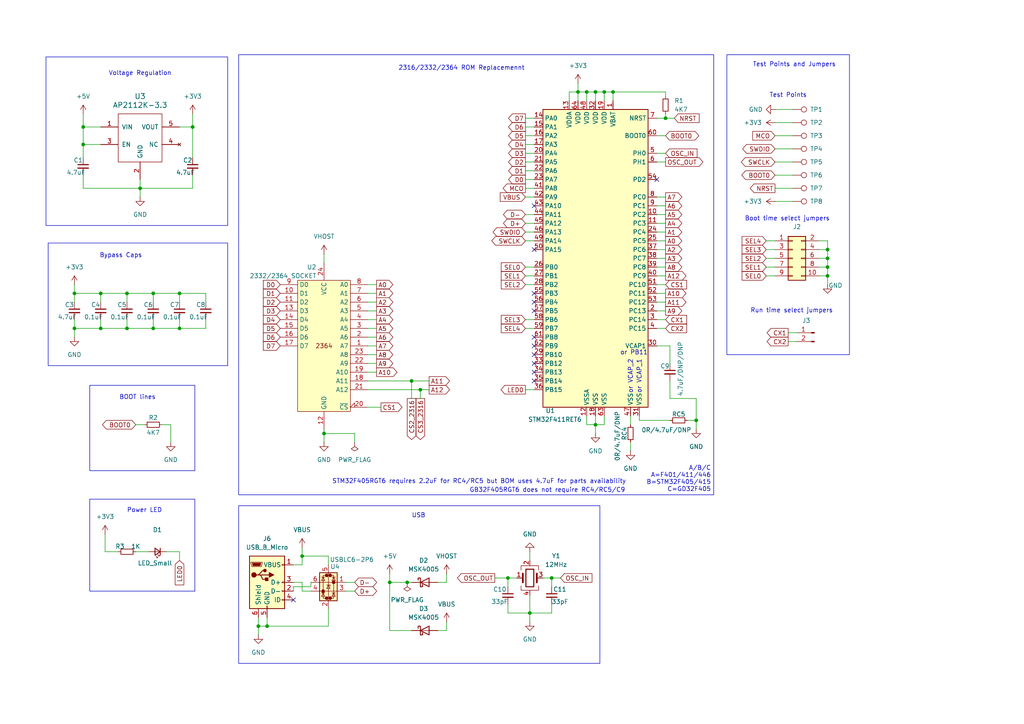
<source format=kicad_sch>
(kicad_sch (version 20250114) (generator "eeschema") (generator_version "9.0")
  (paper "A4")
  (title_block (title "One ROM (USB)") (date "2025-10-01") (rev "H2") (company "piers.rocks") (comment 1 "(c) Piers Finlayson 2025"))
  (rectangle (start 13.335 16.51) (end 66.04 65.405))
  (rectangle (start 69.215 15.875) (end 207.01 143.51))
  (rectangle (start 56.515 171.45) (end 56.515 171.45))
  (rectangle (start 69.215 146.685) (end 173.99 192.405))
  (rectangle (start 210.82 15.875) (end 246.38 102.87))
  (rectangle (start 26.035 144.78) (end 56.515 171.45))
  (rectangle (start 26.035 111.76) (end 56.515 136.525))
  (rectangle (start 13.97 70.485) (end 66.04 106.045))
  (text "or VCAP_1" (at 185.42 109.22 90) (effects (font (size 1.27 1.27))))
  (text "or VCAP_2" (at 182.88 109.22 90) (effects (font (size 1.27 1.27))))
  (text "Run time select jumpers" (at 229.616 90.17 0) (effects (font (size 1.27 1.27))))
  (text "USB" (at 121.412 149.606 0) (effects (font (size 1.27 1.27))))
  (text "BOOT lines" (at 39.878 115.316 0) (effects (font (size 1.27 1.27))))
  (text "Voltage Regulation" (at 40.64 21.336 0) (effects (font (size 1.27 1.27))))
  (text "2316/2332/2364 ROM Replacemennt" (at 133.858 19.812 0) (effects (font (size 1.27 1.27))))
  (text "Power LED" (at 41.91 148.082 0) (effects (font (size 1.27 1.27))))
  (text "or PB11" (at 183.896 102.362 0) (effects (font (size 1.27 1.27))))
  (text "GB32F405RGT6 does not require RC4/RC5/C9" (at 181.356 142.24 0) (effects (font (size 1.27 1.27)) (justify right)))
  (text "Test Points" (at 228.6 27.686 0) (effects (font (size 1.27 1.27))))
  (text "Bypass Caps" (at 35.052 74.168 0) (effects (font (size 1.27 1.27))))
  (text "Boot time select jumpers" (at 228.346 63.5 0) (effects (font (size 1.27 1.27))))
  (text "A/B/C\nA=F401/411/446\nB=STM32F405/415\nC=GD32F405" (at 206.248 138.938 0) (effects (font (size 1.27 1.27)) (justify right)))
  (text "Test Points and Jumpers" (at 230.378 18.796 0) (effects (font (size 1.27 1.27))))
  (text "STM32F405RGT6 requires 2.2uF for RC4/RC5 but BOM uses 4.7uF for parts availability" (at 181.61 139.7 0) (effects (font (size 1.27 1.27)) (justify right)))
  (junction (at 113.03 168.91))
  (junction (at 193.04 34.29))
  (junction (at 36.83 85.09))
  (junction (at 201.93 121.92))
  (junction (at 153.67 177.8))
  (junction (at 52.07 95.25))
  (junction (at 93.98 125.73))
  (junction (at 74.93 181.61))
  (junction (at 87.63 161.29))
  (junction (at 29.21 95.25))
  (junction (at 119.38 110.49))
  (junction (at 160.02 167.64))
  (junction (at 240.03 72.39))
  (junction (at 167.64 26.67))
  (junction (at 21.59 85.09))
  (junction (at 175.26 26.67))
  (junction (at 24.13 36.83))
  (junction (at 240.03 77.47))
  (junction (at 240.03 74.93))
  (junction (at 29.21 85.09))
  (junction (at 40.64 54.61))
  (junction (at 172.72 26.67))
  (junction (at 44.45 85.09))
  (junction (at 36.83 95.25))
  (junction (at 170.18 26.67))
  (junction (at 44.45 95.25))
  (junction (at 121.92 113.03))
  (junction (at 24.13 41.91))
  (junction (at 77.47 181.61))
  (junction (at 118.11 168.91))
  (junction (at 52.07 85.09))
  (junction (at 21.59 95.25))
  (junction (at 147.32 167.64))
  (junction (at 240.03 80.01))
  (junction (at 55.88 36.83))
  (junction (at 172.72 123.19))
  (junction (at 177.8 26.67))
  (no_connect (at 154.94 97.79))
  (no_connect (at 154.94 105.41))
  (no_connect (at 154.94 90.17))
  (no_connect (at 154.94 100.33))
  (no_connect (at 154.94 107.95))
  (no_connect (at 154.94 110.49))
  (no_connect (at 154.94 85.09))
  (no_connect (at 190.5 52.07))
  (no_connect (at 154.94 87.63))
  (no_connect (at 154.94 72.39))
  (no_connect (at 154.94 102.87))
  (no_connect (at 85.09 173.99))
  (no_connect (at 154.94 59.69))
  (wire (pts (xy 55.88 36.83) (xy 55.88 45.72)))
  (wire (pts (xy 224.79 58.42) (xy 229.87 58.42)))
  (wire (pts (xy 237.49 80.01) (xy 240.03 80.01)))
  (wire (pts (xy 170.18 123.19) (xy 172.72 123.19)))
  (wire (pts (xy 52.07 160.02) (xy 52.07 162.56)))
  (wire (pts (xy 177.8 26.67) (xy 177.8 29.21)))
  (wire (pts (xy 87.63 163.83) (xy 87.63 161.29)))
  (wire (pts (xy 39.37 123.19) (xy 41.91 123.19)))
  (wire (pts (xy 85.09 171.45) (xy 85.09 170.18)))
  (wire (pts (xy 194.31 100.33) (xy 194.31 105.41)))
  (wire (pts (xy 59.69 87.63) (xy 59.69 85.09)))
  (wire (pts (xy 165.1 26.67) (xy 167.64 26.67)))
  (wire (pts (xy 106.68 95.25) (xy 109.22 95.25)))
  (wire (pts (xy 59.69 95.25) (xy 59.69 92.71)))
  (wire (pts (xy 190.5 95.25) (xy 193.04 95.25)))
  (wire (pts (xy 222.25 69.85) (xy 224.79 69.85)))
  (wire (pts (xy 24.13 54.61) (xy 40.64 54.61)))
  (wire (pts (xy 152.4 41.91) (xy 154.94 41.91)))
  (wire (pts (xy 36.83 85.09) (xy 36.83 87.63)))
  (wire (pts (xy 129.54 182.88) (xy 127 182.88)))
  (wire (pts (xy 222.25 72.39) (xy 224.79 72.39)))
  (wire (pts (xy 106.68 90.17) (xy 109.22 90.17)))
  (wire (pts (xy 29.21 95.25) (xy 21.59 95.25)))
  (wire (pts (xy 40.64 54.61) (xy 40.64 57.15)))
  (wire (pts (xy 190.5 44.45) (xy 193.04 44.45)))
  (wire (pts (xy 170.18 26.67) (xy 172.72 26.67)))
  (wire (pts (xy 172.72 26.67) (xy 172.72 29.21)))
  (wire (pts (xy 240.03 72.39) (xy 240.03 69.85)))
  (wire (pts (xy 224.79 54.61) (xy 229.87 54.61)))
  (wire (pts (xy 224.79 31.75) (xy 229.87 31.75)))
  (wire (pts (xy 29.21 95.25) (xy 29.21 92.71)))
  (wire (pts (xy 118.11 168.91) (xy 119.38 168.91)))
  (wire (pts (xy 190.5 34.29) (xy 193.04 34.29)))
  (wire (pts (xy 121.92 113.03) (xy 121.92 115.57)))
  (wire (pts (xy 160.02 177.8) (xy 153.67 177.8)))
  (wire (pts (xy 153.67 177.8) (xy 153.67 180.34)))
  (wire (pts (xy 106.68 82.55) (xy 109.22 82.55)))
  (wire (pts (xy 167.64 24.13) (xy 167.64 26.67)))
  (wire (pts (xy 170.18 26.67) (xy 170.18 29.21)))
  (wire (pts (xy 44.45 85.09) (xy 44.45 87.63)))
  (wire (pts (xy 172.72 120.65) (xy 172.72 123.19)))
  (wire (pts (xy 152.4 92.71) (xy 154.94 92.71)))
  (wire (pts (xy 177.8 26.67) (xy 193.04 26.67)))
  (wire (pts (xy 129.54 180.34) (xy 129.54 182.88)))
  (wire (pts (xy 52.07 92.71) (xy 52.07 95.25)))
  (wire (pts (xy 129.54 168.91) (xy 127 168.91)))
  (wire (pts (xy 201.93 115.57) (xy 194.31 115.57)))
  (wire (pts (xy 190.5 67.31) (xy 193.04 67.31)))
  (wire (pts (xy 201.93 115.57) (xy 201.93 121.92)))
  (wire (pts (xy 21.59 85.09) (xy 29.21 85.09)))
  (wire (pts (xy 154.94 82.55) (xy 152.4 82.55)))
  (wire (pts (xy 21.59 82.55) (xy 21.59 85.09)))
  (wire (pts (xy 55.88 54.61) (xy 55.88 50.8)))
  (wire (pts (xy 74.93 181.61) (xy 77.47 181.61)))
  (wire (pts (xy 224.79 35.56) (xy 229.87 35.56)))
  (wire (pts (xy 30.48 154.94) (xy 30.48 160.02)))
  (wire (pts (xy 152.4 34.29) (xy 154.94 34.29)))
  (wire (pts (xy 201.93 121.92) (xy 201.93 124.46)))
  (wire (pts (xy 24.13 41.91) (xy 24.13 45.72)))
  (wire (pts (xy 222.25 80.01) (xy 224.79 80.01)))
  (wire (pts (xy 190.5 62.23) (xy 193.04 62.23)))
  (wire (pts (xy 36.83 95.25) (xy 36.83 92.71)))
  (wire (pts (xy 106.68 87.63) (xy 109.22 87.63)))
  (wire (pts (xy 55.88 36.83) (xy 52.07 36.83)))
  (wire (pts (xy 165.1 29.21) (xy 165.1 26.67)))
  (wire (pts (xy 24.13 36.83) (xy 29.21 36.83)))
  (wire (pts (xy 193.04 27.94) (xy 193.04 26.67)))
  (wire (pts (xy 240.03 77.47) (xy 240.03 74.93)))
  (wire (pts (xy 175.26 123.19) (xy 172.72 123.19)))
  (wire (pts (xy 153.67 172.72) (xy 153.67 177.8)))
  (wire (pts (xy 160.02 175.26) (xy 160.02 177.8)))
  (wire (pts (xy 237.49 72.39) (xy 240.03 72.39)))
  (wire (pts (xy 190.5 59.69) (xy 193.04 59.69)))
  (wire (pts (xy 190.5 46.99) (xy 193.04 46.99)))
  (wire (pts (xy 113.03 168.91) (xy 118.11 168.91)))
  (wire (pts (xy 182.88 128.27) (xy 182.88 130.81)))
  (wire (pts (xy 95.25 163.83) (xy 95.25 161.29)))
  (wire (pts (xy 77.47 181.61) (xy 77.47 179.07)))
  (wire (pts (xy 21.59 85.09) (xy 21.59 87.63)))
  (wire (pts (xy 87.63 161.29) (xy 95.25 161.29)))
  (wire (pts (xy 100.33 171.45) (xy 102.87 171.45)))
  (wire (pts (xy 24.13 36.83) (xy 24.13 41.91)))
  (wire (pts (xy 87.63 161.29) (xy 87.63 158.75)))
  (wire (pts (xy 44.45 95.25) (xy 44.45 92.71)))
  (wire (pts (xy 222.25 77.47) (xy 224.79 77.47)))
  (wire (pts (xy 185.42 121.92) (xy 194.31 121.92)))
  (wire (pts (xy 228.6 99.06) (xy 231.14 99.06)))
  (wire (pts (xy 152.4 113.03) (xy 154.94 113.03)))
  (wire (pts (xy 170.18 120.65) (xy 170.18 123.19)))
  (wire (pts (xy 193.04 85.09) (xy 190.5 85.09)))
  (wire (pts (xy 44.45 85.09) (xy 52.07 85.09)))
  (wire (pts (xy 172.72 123.19) (xy 172.72 125.73)))
  (wire (pts (xy 147.32 175.26) (xy 147.32 177.8)))
  (wire (pts (xy 190.5 74.93) (xy 193.04 74.93)))
  (wire (pts (xy 59.69 85.09) (xy 52.07 85.09)))
  (wire (pts (xy 52.07 160.02) (xy 48.26 160.02)))
  (wire (pts (xy 222.25 74.93) (xy 224.79 74.93)))
  (wire (pts (xy 190.5 57.15) (xy 193.04 57.15)))
  (wire (pts (xy 237.49 77.47) (xy 240.03 77.47)))
  (wire (pts (xy 85.09 163.83) (xy 87.63 163.83)))
  (wire (pts (xy 24.13 50.8) (xy 24.13 54.61)))
  (wire (pts (xy 55.88 33.02) (xy 55.88 36.83)))
  (wire (pts (xy 190.5 80.01) (xy 193.04 80.01)))
  (wire (pts (xy 87.63 168.91) (xy 87.63 171.45)))
  (wire (pts (xy 44.45 95.25) (xy 36.83 95.25)))
  (wire (pts (xy 143.51 167.64) (xy 147.32 167.64)))
  (wire (pts (xy 240.03 69.85) (xy 237.49 69.85)))
  (wire (pts (xy 106.68 107.95) (xy 109.22 107.95)))
  (wire (pts (xy 194.31 115.57) (xy 194.31 110.49)))
  (wire (pts (xy 190.5 69.85) (xy 193.04 69.85)))
  (wire (pts (xy 154.94 77.47) (xy 152.4 77.47)))
  (wire (pts (xy 113.03 168.91) (xy 113.03 182.88)))
  (wire (pts (xy 106.68 118.11) (xy 110.49 118.11)))
  (wire (pts (xy 29.21 85.09) (xy 36.83 85.09)))
  (wire (pts (xy 40.64 54.61) (xy 55.88 54.61)))
  (wire (pts (xy 36.83 95.25) (xy 29.21 95.25)))
  (wire (pts (xy 160.02 167.64) (xy 162.56 167.64)))
  (wire (pts (xy 113.03 182.88) (xy 119.38 182.88)))
  (wire (pts (xy 199.39 121.92) (xy 201.93 121.92)))
  (wire (pts (xy 147.32 167.64) (xy 147.32 170.18)))
  (wire (pts (xy 157.48 167.64) (xy 160.02 167.64)))
  (wire (pts (xy 152.4 57.15) (xy 154.94 57.15)))
  (wire (pts (xy 49.53 123.19) (xy 46.99 123.19)))
  (wire (pts (xy 106.68 92.71) (xy 109.22 92.71)))
  (wire (pts (xy 119.38 110.49) (xy 124.46 110.49)))
  (wire (pts (xy 240.03 80.01) (xy 240.03 82.55)))
  (wire (pts (xy 90.17 168.91) (xy 90.17 170.18)))
  (wire (pts (xy 190.5 100.33) (xy 194.31 100.33)))
  (wire (pts (xy 224.79 50.8) (xy 229.87 50.8)))
  (wire (pts (xy 147.32 167.64) (xy 149.86 167.64)))
  (wire (pts (xy 193.04 87.63) (xy 190.5 87.63)))
  (wire (pts (xy 21.59 95.25) (xy 21.59 92.71)))
  (wire (pts (xy 52.07 85.09) (xy 52.07 87.63)))
  (wire (pts (xy 106.68 100.33) (xy 109.22 100.33)))
  (wire (pts (xy 240.03 80.01) (xy 240.03 77.47)))
  (wire (pts (xy 85.09 168.91) (xy 87.63 168.91)))
  (wire (pts (xy 87.63 171.45) (xy 90.17 171.45)))
  (wire (pts (xy 152.4 49.53) (xy 154.94 49.53)))
  (wire (pts (xy 93.98 124.46) (xy 93.98 125.73)))
  (wire (pts (xy 160.02 167.64) (xy 160.02 170.18)))
  (wire (pts (xy 102.87 128.27) (xy 102.87 125.73)))
  (wire (pts (xy 147.32 177.8) (xy 153.67 177.8)))
  (wire (pts (xy 106.68 102.87) (xy 109.22 102.87)))
  (wire (pts (xy 153.67 160.02) (xy 153.67 162.56)))
  (wire (pts (xy 190.5 39.37) (xy 193.04 39.37)))
  (wire (pts (xy 237.49 74.93) (xy 240.03 74.93)))
  (wire (pts (xy 74.93 181.61) (xy 74.93 184.15)))
  (wire (pts (xy 175.26 26.67) (xy 175.26 29.21)))
  (wire (pts (xy 154.94 69.85) (xy 152.4 69.85)))
  (wire (pts (xy 52.07 95.25) (xy 59.69 95.25)))
  (wire (pts (xy 240.03 74.93) (xy 240.03 72.39)))
  (wire (pts (xy 190.5 72.39) (xy 193.04 72.39)))
  (wire (pts (xy 74.93 179.07) (xy 74.93 181.61)))
  (wire (pts (xy 95.25 181.61) (xy 95.25 176.53)))
  (wire (pts (xy 190.5 92.71) (xy 193.04 92.71)))
  (wire (pts (xy 106.68 85.09) (xy 109.22 85.09)))
  (wire (pts (xy 102.87 125.73) (xy 93.98 125.73)))
  (wire (pts (xy 93.98 73.66) (xy 93.98 76.2)))
  (wire (pts (xy 167.64 26.67) (xy 167.64 29.21)))
  (wire (pts (xy 193.04 33.02) (xy 193.04 34.29)))
  (wire (pts (xy 190.5 82.55) (xy 193.04 82.55)))
  (wire (pts (xy 30.48 160.02) (xy 34.29 160.02)))
  (wire (pts (xy 106.68 113.03) (xy 121.92 113.03)))
  (wire (pts (xy 193.04 34.29) (xy 195.58 34.29)))
  (wire (pts (xy 40.64 52.07) (xy 40.64 54.61)))
  (wire (pts (xy 224.79 46.99) (xy 229.87 46.99)))
  (wire (pts (xy 154.94 80.01) (xy 152.4 80.01)))
  (wire (pts (xy 154.94 54.61) (xy 152.4 54.61)))
  (wire (pts (xy 106.68 110.49) (xy 119.38 110.49)))
  (wire (pts (xy 24.13 41.91) (xy 29.21 41.91)))
  (wire (pts (xy 175.26 26.67) (xy 177.8 26.67)))
  (wire (pts (xy 172.72 26.67) (xy 175.26 26.67)))
  (wire (pts (xy 185.42 120.65) (xy 185.42 121.92)))
  (wire (pts (xy 152.4 52.07) (xy 154.94 52.07)))
  (wire (pts (xy 49.53 123.19) (xy 49.53 128.27)))
  (wire (pts (xy 93.98 125.73) (xy 93.98 128.27)))
  (wire (pts (xy 193.04 90.17) (xy 190.5 90.17)))
  (wire (pts (xy 106.68 105.41) (xy 109.22 105.41)))
  (wire (pts (xy 100.33 168.91) (xy 102.87 168.91)))
  (wire (pts (xy 154.94 67.31) (xy 152.4 67.31)))
  (wire (pts (xy 152.4 46.99) (xy 154.94 46.99)))
  (wire (pts (xy 77.47 181.61) (xy 95.25 181.61)))
  (wire (pts (xy 228.6 96.52) (xy 231.14 96.52)))
  (wire (pts (xy 119.38 110.49) (xy 119.38 115.57)))
  (wire (pts (xy 167.64 26.67) (xy 170.18 26.67)))
  (wire (pts (xy 121.92 113.03) (xy 124.46 113.03)))
  (wire (pts (xy 190.5 77.47) (xy 193.04 77.47)))
  (wire (pts (xy 21.59 95.25) (xy 21.59 97.79)))
  (wire (pts (xy 182.88 120.65) (xy 182.88 123.19)))
  (wire (pts (xy 190.5 64.77) (xy 193.04 64.77)))
  (wire (pts (xy 152.4 62.23) (xy 154.94 62.23)))
  (wire (pts (xy 29.21 85.09) (xy 29.21 87.63)))
  (wire (pts (xy 152.4 95.25) (xy 154.94 95.25)))
  (wire (pts (xy 106.68 97.79) (xy 109.22 97.79)))
  (wire (pts (xy 152.4 64.77) (xy 154.94 64.77)))
  (wire (pts (xy 152.4 44.45) (xy 154.94 44.45)))
  (wire (pts (xy 129.54 166.37) (xy 129.54 168.91)))
  (wire (pts (xy 175.26 120.65) (xy 175.26 123.19)))
  (wire (pts (xy 85.09 170.18) (xy 90.17 170.18)))
  (wire (pts (xy 224.79 39.37) (xy 229.87 39.37)))
  (wire (pts (xy 152.4 39.37) (xy 154.94 39.37)))
  (wire (pts (xy 224.79 43.18) (xy 229.87 43.18)))
  (wire (pts (xy 39.37 160.02) (xy 43.18 160.02)))
  (wire (pts (xy 113.03 166.37) (xy 113.03 168.91)))
  (wire (pts (xy 24.13 33.02) (xy 24.13 36.83)))
  (wire (pts (xy 36.83 85.09) (xy 44.45 85.09)))
  (wire (pts (xy 152.4 36.83) (xy 154.94 36.83)))
  (wire (pts (xy 52.07 95.25) (xy 44.45 95.25)))
  (global_label "A9" (shape output) (at 109.22 105.41 0) (property "Intersheetrefs" "${INTERSHEET_REFS}" (effects (hide yes))))
  (global_label "SWCLK" (shape bidirectional) (at 152.4 69.85 180) (property "Intersheetrefs" "${INTERSHEET_REFS}" (effects (hide yes))))
  (global_label "CX1" (shape input) (at 193.04 92.71 0) (property "Intersheetrefs" "${INTERSHEET_REFS}" (effects (hide yes))))
  (global_label "A7" (shape output) (at 193.04 57.15 0) (property "Intersheetrefs" "${INTERSHEET_REFS}" (effects (hide yes))))
  (global_label "A11" (shape output) (at 193.04 87.63 0) (property "Intersheetrefs" "${INTERSHEET_REFS}" (effects (hide yes))))
  (global_label "BOOT0" (shape bidirectional) (at 224.79 50.8 180) (property "Intersheetrefs" "${INTERSHEET_REFS}" (effects (hide yes))))
  (global_label "SEL2" (shape input) (at 152.4 82.55 180) (property "Intersheetrefs" "${INTERSHEET_REFS}" (effects (hide yes))))
  (global_label "A2" (shape output) (at 109.22 87.63 0) (property "Intersheetrefs" "${INTERSHEET_REFS}" (effects (hide yes))))
  (global_label "D6" (shape input) (at 81.28 97.79 180) (property "Intersheetrefs" "${INTERSHEET_REFS}" (effects (hide yes))))
  (global_label "D0" (shape input) (at 81.28 82.55 180) (property "Intersheetrefs" "${INTERSHEET_REFS}" (effects (hide yes))))
  (global_label "A0" (shape output) (at 109.22 82.55 0) (property "Intersheetrefs" "${INTERSHEET_REFS}" (effects (hide yes))))
  (global_label "D2" (shape input) (at 81.28 87.63 180) (property "Intersheetrefs" "${INTERSHEET_REFS}" (effects (hide yes))))
  (global_label "A1" (shape output) (at 109.22 85.09 0) (property "Intersheetrefs" "${INTERSHEET_REFS}" (effects (hide yes))))
  (global_label "D1" (shape input) (at 81.28 85.09 180) (property "Intersheetrefs" "${INTERSHEET_REFS}" (effects (hide yes))))
  (global_label "CS1" (shape input) (at 193.04 82.55 0) (property "Intersheetrefs" "${INTERSHEET_REFS}" (effects (hide yes))))
  (global_label "D7" (shape output) (at 152.4 34.29 180) (property "Intersheetrefs" "${INTERSHEET_REFS}" (effects (hide yes))))
  (global_label "SEL2" (shape input) (at 222.25 74.93 180) (property "Intersheetrefs" "${INTERSHEET_REFS}" (effects (hide yes))))
  (global_label "CS2_2316" (shape output) (at 119.38 115.57 270) (property "Intersheetrefs" "${INTERSHEET_REFS}" (effects (hide yes))))
  (global_label "A3" (shape output) (at 109.22 90.17 0) (property "Intersheetrefs" "${INTERSHEET_REFS}" (effects (hide yes))))
  (global_label "A6" (shape output) (at 109.22 97.79 0) (property "Intersheetrefs" "${INTERSHEET_REFS}" (effects (hide yes))))
  (global_label "BOOT0" (shape bidirectional) (at 39.37 123.19 180) (property "Intersheetrefs" "${INTERSHEET_REFS}" (effects (hide yes))))
  (global_label "SEL1" (shape input) (at 222.25 77.47 180) (property "Intersheetrefs" "${INTERSHEET_REFS}" (effects (hide yes))))
  (global_label "A6" (shape output) (at 193.04 59.69 0) (property "Intersheetrefs" "${INTERSHEET_REFS}" (effects (hide yes))))
  (global_label "LED0" (shape output) (at 152.4 113.03 180) (property "Intersheetrefs" "${INTERSHEET_REFS}" (effects (hide yes))))
  (global_label "D3" (shape output) (at 152.4 44.45 180) (property "Intersheetrefs" "${INTERSHEET_REFS}" (effects (hide yes))))
  (global_label "NRST" (shape output) (at 224.79 54.61 180) (property "Intersheetrefs" "${INTERSHEET_REFS}" (effects (hide yes))))
  (global_label "D-" (shape bidirectional) (at 102.87 168.91 0) (property "Intersheetrefs" "${INTERSHEET_REFS}" (effects (hide yes))))
  (global_label "D0" (shape output) (at 152.4 52.07 180) (property "Intersheetrefs" "${INTERSHEET_REFS}" (effects (hide yes))))
  (global_label "D5" (shape output) (at 152.4 39.37 180) (property "Intersheetrefs" "${INTERSHEET_REFS}" (effects (hide yes))))
  (global_label "NRST" (shape input) (at 195.58 34.29 0) (property "Intersheetrefs" "${INTERSHEET_REFS}" (effects (hide yes))))
  (global_label "SWDIO" (shape bidirectional) (at 152.4 67.31 180) (property "Intersheetrefs" "${INTERSHEET_REFS}" (effects (hide yes))))
  (global_label "D-" (shape bidirectional) (at 152.4 62.23 180) (property "Intersheetrefs" "${INTERSHEET_REFS}" (effects (hide yes))))
  (global_label "A12" (shape output) (at 193.04 80.01 0) (property "Intersheetrefs" "${INTERSHEET_REFS}" (effects (hide yes))))
  (global_label "A4" (shape output) (at 109.22 92.71 0) (property "Intersheetrefs" "${INTERSHEET_REFS}" (effects (hide yes))))
  (global_label "A9" (shape output) (at 193.04 90.17 0) (property "Intersheetrefs" "${INTERSHEET_REFS}" (effects (hide yes))))
  (global_label "A10" (shape output) (at 193.04 85.09 0) (property "Intersheetrefs" "${INTERSHEET_REFS}" (effects (hide yes))))
  (global_label "VBUS" (shape input) (at 152.4 57.15 180) (property "Intersheetrefs" "${INTERSHEET_REFS}" (effects (hide yes))))
  (global_label "SWCLK" (shape bidirectional) (at 224.79 46.99 180) (property "Intersheetrefs" "${INTERSHEET_REFS}" (effects (hide yes))))
  (global_label "D+" (shape bidirectional) (at 152.4 64.77 180) (property "Intersheetrefs" "${INTERSHEET_REFS}" (effects (hide yes))))
  (global_label "CX2" (shape output) (at 228.6 99.06 180) (property "Intersheetrefs" "${INTERSHEET_REFS}" (effects (hide yes))))
  (global_label "SEL1" (shape input) (at 152.4 80.01 180) (property "Intersheetrefs" "${INTERSHEET_REFS}" (effects (hide yes))))
  (global_label "SWDIO" (shape bidirectional) (at 224.79 43.18 180) (property "Intersheetrefs" "${INTERSHEET_REFS}" (effects (hide yes))))
  (global_label "D7" (shape input) (at 81.28 100.33 180) (property "Intersheetrefs" "${INTERSHEET_REFS}" (effects (hide yes))))
  (global_label "D4" (shape input) (at 81.28 92.71 180) (property "Intersheetrefs" "${INTERSHEET_REFS}" (effects (hide yes))))
  (global_label "CS3_2316" (shape output) (at 121.92 115.57 270) (property "Intersheetrefs" "${INTERSHEET_REFS}" (effects (hide yes))))
  (global_label "A1" (shape output) (at 193.04 67.31 0) (property "Intersheetrefs" "${INTERSHEET_REFS}" (effects (hide yes))))
  (global_label "A7" (shape output) (at 109.22 100.33 0) (property "Intersheetrefs" "${INTERSHEET_REFS}" (effects (hide yes))))
  (global_label "SEL0" (shape input) (at 222.25 80.01 180) (property "Intersheetrefs" "${INTERSHEET_REFS}" (effects (hide yes))))
  (global_label "D+" (shape bidirectional) (at 102.87 171.45 0) (property "Intersheetrefs" "${INTERSHEET_REFS}" (effects (hide yes))))
  (global_label "D2" (shape output) (at 152.4 46.99 180) (property "Intersheetrefs" "${INTERSHEET_REFS}" (effects (hide yes))))
  (global_label "LED0" (shape input) (at 52.07 162.56 270) (property "Intersheetrefs" "${INTERSHEET_REFS}" (effects (hide yes))))
  (global_label "A5" (shape output) (at 193.04 62.23 0) (property "Intersheetrefs" "${INTERSHEET_REFS}" (effects (hide yes))))
  (global_label "CX1" (shape output) (at 228.6 96.52 180) (property "Intersheetrefs" "${INTERSHEET_REFS}" (effects (hide yes))))
  (global_label "OSC_IN" (shape input) (at 193.04 44.45 0) (property "Intersheetrefs" "${INTERSHEET_REFS}" (effects (hide yes))))
  (global_label "SEL3" (shape input) (at 152.4 92.71 180) (property "Intersheetrefs" "${INTERSHEET_REFS}" (effects (hide yes))))
  (global_label "SEL0" (shape input) (at 152.4 77.47 180) (property "Intersheetrefs" "${INTERSHEET_REFS}" (effects (hide yes))))
  (global_label "A0" (shape output) (at 193.04 69.85 0) (property "Intersheetrefs" "${INTERSHEET_REFS}" (effects (hide yes))))
  (global_label "SEL3" (shape input) (at 222.25 72.39 180) (property "Intersheetrefs" "${INTERSHEET_REFS}" (effects (hide yes))))
  (global_label "CX2" (shape input) (at 193.04 95.25 0) (property "Intersheetrefs" "${INTERSHEET_REFS}" (effects (hide yes))))
  (global_label "A5" (shape output) (at 109.22 95.25 0) (property "Intersheetrefs" "${INTERSHEET_REFS}" (effects (hide yes))))
  (global_label "A2" (shape output) (at 193.04 72.39 0) (property "Intersheetrefs" "${INTERSHEET_REFS}" (effects (hide yes))))
  (global_label "D1" (shape output) (at 152.4 49.53 180) (property "Intersheetrefs" "${INTERSHEET_REFS}" (effects (hide yes))))
  (global_label "A8" (shape output) (at 109.22 102.87 0) (property "Intersheetrefs" "${INTERSHEET_REFS}" (effects (hide yes))))
  (global_label "D4" (shape output) (at 152.4 41.91 180) (property "Intersheetrefs" "${INTERSHEET_REFS}" (effects (hide yes))))
  (global_label "OSC_OUT" (shape output) (at 143.51 167.64 180) (property "Intersheetrefs" "${INTERSHEET_REFS}" (effects (hide yes))))
  (global_label "A12" (shape output) (at 124.46 113.03 0) (property "Intersheetrefs" "${INTERSHEET_REFS}" (effects (hide yes))))
  (global_label "A10" (shape output) (at 109.22 107.95 0) (property "Intersheetrefs" "${INTERSHEET_REFS}" (effects (hide yes))))
  (global_label "CS1" (shape output) (at 110.49 118.11 0) (property "Intersheetrefs" "${INTERSHEET_REFS}" (effects (hide yes))))
  (global_label "OSC_IN" (shape input) (at 162.56 167.64 0) (property "Intersheetrefs" "${INTERSHEET_REFS}" (effects (hide yes))))
  (global_label "MCO" (shape input) (at 224.79 39.37 180) (property "Intersheetrefs" "${INTERSHEET_REFS}" (effects (hide yes))))
  (global_label "A11" (shape output) (at 124.46 110.49 0) (property "Intersheetrefs" "${INTERSHEET_REFS}" (effects (hide yes))))
  (global_label "D6" (shape output) (at 152.4 36.83 180) (property "Intersheetrefs" "${INTERSHEET_REFS}" (effects (hide yes))))
  (global_label "SEL4" (shape input) (at 152.4 95.25 180) (property "Intersheetrefs" "${INTERSHEET_REFS}" (effects (hide yes))))
  (global_label "MCO" (shape output) (at 152.4 54.61 180) (property "Intersheetrefs" "${INTERSHEET_REFS}" (effects (hide yes))))
  (global_label "A4" (shape output) (at 193.04 64.77 0) (property "Intersheetrefs" "${INTERSHEET_REFS}" (effects (hide yes))))
  (global_label "D5" (shape input) (at 81.28 95.25 180) (property "Intersheetrefs" "${INTERSHEET_REFS}" (effects (hide yes))))
  (global_label "SEL4" (shape input) (at 222.25 69.85 180) (property "Intersheetrefs" "${INTERSHEET_REFS}" (effects (hide yes))))
  (global_label "OSC_OUT" (shape output) (at 193.04 46.99 0) (property "Intersheetrefs" "${INTERSHEET_REFS}" (effects (hide yes))))
  (global_label "A3" (shape output) (at 193.04 74.93 0) (property "Intersheetrefs" "${INTERSHEET_REFS}" (effects (hide yes))))
  (global_label "D3" (shape input) (at 81.28 90.17 180) (property "Intersheetrefs" "${INTERSHEET_REFS}" (effects (hide yes))))
  (global_label "BOOT0" (shape bidirectional) (at 193.04 39.37 0) (property "Intersheetrefs" "${INTERSHEET_REFS}" (effects (hide yes))))
  (global_label "A8" (shape output) (at 193.04 77.47 0) (property "Intersheetrefs" "${INTERSHEET_REFS}" (effects (hide yes))))
  (symbol (lib_id "Connector:TestPoint") (at 229.87 54.61 270) (unit 1)
    (property "Reference" "TP7" (at 234.95 54.6099 90) (effects (justify left)))
    (property "Value" "TestPoint" (effects (hide yes)))
    (property "Footprint" "piers retro footprints:1mm smd test point small ss" (effects (hide yes)))
    (property "Description" "test point" (effects (hide yes)))
  )
  (symbol (lib_id "power:GND") (at 240.03 82.55 0) (unit 1)
    (property "Reference" "#PWR012" (effects (hide yes)))
    (property "Value" "GND" (at 242.316 82.804 0))
    (property "Description" "Power symbol creates a global label with name \"GND\" , ground" (effects (hide yes)))
  )
  (symbol (lib_id "power:GND") (at 74.93 184.15 0) (unit 1)
    (property "Reference" "#PWR021" (effects (hide yes)))
    (property "Value" "GND" (at 74.93 189.23 0))
    (property "Description" "Power symbol creates a global label with name \"GND\" , ground" (effects (hide yes)))
  )
  (symbol (lib_id "power:+3V3") (at 224.79 35.56 90) (unit 1)
    (property "Reference" "#PWR027" (effects (hide yes)))
    (property "Value" "+3V3" (at 220.98 35.5599 90) (effects (justify left)))
    (property "Description" "Power symbol creates a global label with name \"+3V3\"" (effects (hide yes)))
  )
  (symbol (lib_id "Device:LED_Small") (at 45.72 160.02 180) (unit 1)
    (property "Reference" "D1" (at 45.6565 153.67 0))
    (property "Value" "LED_Small" (at 44.958 163.322 0))
    (property "Footprint" "LED_SMD:LED_0603_1608Metric" (effects (hide yes)))
    (property "Description" "Light emitting diode, small symbol" (effects (hide yes)))
    (property "LCSC" "C2286" (effects (hide yes)))
  )
  (symbol (lib_id "power:+3V3") (at 21.59 82.55 0) (unit 1)
    (property "Reference" "#PWR010" (effects (hide yes)))
    (property "Value" "+3V3" (at 21.59 77.47 0))
    (property "Description" "Power symbol creates a global label with name \"+3V3\"" (effects (hide yes)))
  )
  (symbol (lib_id "Connector:Conn_01x02_Pin") (at 236.22 96.52 0) (mirror y) (unit 1)
    (property "Reference" "J3" (at 232.664 92.964 0) (effects (justify right)))
    (property "Value" "Conn_01x02_Pin" (effects (hide yes)))
    (property "Footprint" "Connector_PinHeader_2.54mm:PinHeader_1x02_P2.54mm_Vertical" (effects (hide yes)))
    (property "Description" "Generic connector, single row, 01x02, script generated" (effects (hide yes)))
  )
  (symbol (lib_id "Device:C_Small") (at 36.83 90.17 0) (mirror y) (unit 1)
    (property "Reference" "C5" (at 34.036 88.392 0) (effects (justify right)))
    (property "Value" "0.1uF" (at 32.004 91.948 0) (effects (justify right)))
    (property "Footprint" "Capacitor_SMD:C_0402_1005Metric" (effects (hide yes)))
    (property "Description" "Unpolarized capacitor, small symbol" (effects (hide yes)))
    (property "Comment" "Samsung Electro-Mechanics CL05B104KO5NNNC" (effects (hide yes)))
    (property "LCSC" "C1525" (effects (hide yes)))
    (property "Price(10)" "$0.001" (effects (hide yes)))
  )
  (symbol (lib_id "Connector:TestPoint") (at 229.87 39.37 270) (unit 1)
    (property "Reference" "TP3" (at 234.95 39.3699 90) (effects (justify left)))
    (property "Value" "TestPoint" (effects (hide yes)))
    (property "Footprint" "piers retro footprints:1mm smd test point small ss" (effects (hide yes)))
    (property "Description" "test point" (effects (hide yes)))
  )
  (symbol (lib_id "Connector:USB_B_Micro") (at 77.47 168.91 0) (unit 1)
    (property "Reference" "J6" (at 77.47 156.21 0))
    (property "Value" "USB_B_Micro" (at 77.47 158.75 0))
    (property "Footprint" "piers global:USB_Micro-B_micro_xnj_073_C404969" (effects (hide yes)))
    (property "Description" "USB Micro Type B connector" (effects (hide yes)))
    (property "LCSC" "C404969" (effects (hide yes)))
  )
  (symbol (lib_id "Device:Crystal_GND24") (at 153.67 167.64 0) (unit 1)
    (property "Reference" "Y1" (at 161.29 161.2198 0))
    (property "Value" "12MHz" (at 161.29 163.7598 0))
    (property "Footprint" "Crystal:Crystal_SMD_3225-4Pin_3.2x2.5mm" (effects (hide yes)))
    (property "Description" "Four pin crystal, GND on pins 2 and 4" (effects (hide yes)))
    (property "LCSC" "C9002" (effects (hide yes)))
  )
  (symbol (lib_id "power:+5V") (at 113.03 166.37 0) (unit 1)
    (property "Reference" "#PWR026" (effects (hide yes)))
    (property "Value" "+5V" (at 113.03 161.29 0))
    (property "Description" "Power symbol creates a global label with name \"+5V\"" (effects (hide yes)))
  )
  (symbol (lib_id "Device:C_Small") (at 29.21 90.17 0) (mirror y) (unit 1)
    (property "Reference" "C4" (at 26.416 88.392 0) (effects (justify right)))
    (property "Value" "0.1uF" (at 24.384 91.948 0) (effects (justify right)))
    (property "Footprint" "Capacitor_SMD:C_0402_1005Metric" (effects (hide yes)))
    (property "Description" "Unpolarized capacitor, small symbol" (effects (hide yes)))
    (property "Comment" "Samsung Electro-Mechanics CL05B104KO5NNNC" (effects (hide yes)))
    (property "LCSC" "C1525" (effects (hide yes)))
    (property "Price(10)" "$0.001" (effects (hide yes)))
  )
  (symbol (lib_id "power:GND") (at 153.67 160.02 180) (unit 1)
    (property "Reference" "#PWR024" (effects (hide yes)))
    (property "Value" "GND" (at 153.67 154.94 0))
    (property "Description" "Power symbol creates a global label with name \"GND\" , ground" (effects (hide yes)))
  )
  (symbol (lib_id "power:GND") (at 21.59 97.79 0) (unit 1)
    (property "Reference" "#PWR011" (effects (hide yes)))
    (property "Value" "GND" (at 21.59 102.87 0))
    (property "Description" "Power symbol creates a global label with name \"GND\" , ground" (effects (hide yes)))
  )
  (symbol (lib_id "power:+3V3") (at 224.79 58.42 90) (unit 1)
    (property "Reference" "#PWR01" (effects (hide yes)))
    (property "Value" "+3V3" (at 220.98 58.4199 90) (effects (justify left)))
    (property "Description" "Power symbol creates a global label with name \"+3V3\"" (effects (hide yes)))
  )
  (symbol (lib_id "Device:C_Small") (at 147.32 172.72 0) (mirror y) (unit 1)
    (property "Reference" "C10" (at 143.002 170.942 0) (effects (justify right)))
    (property "Value" "33pF" (at 142.494 174.498 0) (effects (justify right)))
    (property "Footprint" "Capacitor_SMD:C_0402_1005Metric" (effects (hide yes)))
    (property "Description" "Unpolarized capacitor, small symbol" (effects (hide yes)))
    (property "Comment" "Samsung Electro-Mechanics CL05B104KO5NNNC" (effects (hide yes)))
    (property "LCSC" "C1562" (effects (hide yes)))
    (property "Price(10)" "$0.001" (effects (hide yes)))
  )
  (symbol (lib_id "power:+5V") (at 129.54 166.37 0) (unit 1)
    (property "Reference" "#PWR023" (effects (hide yes)))
    (property "Value" "VHOST" (at 129.54 161.29 0))
    (property "Description" "Power symbol creates a global label with name \"+5V\"" (effects (hide yes)))
  )
  (symbol (lib_id "power:+5V") (at 24.13 33.02 0) (unit 1)
    (property "Reference" "#PWR04" (effects (hide yes)))
    (property "Value" "+5V" (at 24.13 27.94 0))
    (property "Description" "Power symbol creates a global label with name \"+5V\"" (effects (hide yes)))
  )
  (symbol (lib_id "Device:C_Small") (at 194.31 107.95 0) (mirror y) (unit 1)
    (property "Reference" "C9" (at 191.516 106.172 0) (effects (justify right)))
    (property "Value" "4.7uF/DNP/DNP" (at 197.358 99.06 90) (effects (justify right)))
    (property "Footprint" "Capacitor_SMD:C_0402_1005Metric" (effects (hide yes)))
    (property "Description" "Unpolarized capacitor, small symbol" (effects (hide yes)))
    (property "Comment" "Samsung Electro-Mechanics CL05A475MP5NRNC" (effects (hide yes)))
    (property "LCSC" "C23733" (effects (hide yes)))
  )
  (symbol (lib_id "Connector:TestPoint") (at 229.87 31.75 270) (unit 1)
    (property "Reference" "TP1" (at 234.95 31.7499 90) (effects (justify left)))
    (property "Value" "TestPoint" (effects (hide yes)))
    (property "Footprint" "piers retro footprints:1mm smd test point small ss" (effects (hide yes)))
    (property "Description" "test point" (effects (hide yes)))
  )
  (symbol (lib_id "Device:C_Small") (at 21.59 90.17 0) (mirror y) (unit 1)
    (property "Reference" "C3" (at 18.796 88.392 0) (effects (justify right)))
    (property "Value" "4.7uF" (at 16.764 91.948 0) (effects (justify right)))
    (property "Footprint" "Capacitor_SMD:C_0402_1005Metric" (effects (hide yes)))
    (property "Description" "Unpolarized capacitor, small symbol" (effects (hide yes)))
    (property "Comment" "Samsung Electro-Mechanics CL05A475MP5NRNC" (effects (hide yes)))
    (property "LCSC" "C23733" (effects (hide yes)))
    (property "Price(10)" "$0.0048" (effects (hide yes)))
  )
  (symbol (lib_id "Diode:1N5819WS") (at 123.19 168.91 0) (unit 1)
    (property "Reference" "D2" (at 122.8725 162.56 0))
    (property "Value" "MSK4005" (at 122.8725 165.1 0))
    (property "Footprint" "Diode_SMD:D_SOD-523" (effects (hide yes)))
    (property "LCSC" "C345957" (effects (hide yes)))
  )
  (symbol (lib_id "power:+5V") (at 129.54 180.34 0) (unit 1)
    (property "Reference" "#PWR022" (effects (hide yes)))
    (property "Value" "VBUS" (at 129.54 175.26 0))
    (property "Description" "Power symbol creates a global label with name \"+5V\"" (effects (hide yes)))
  )
  (symbol (lib_id "Device:C_Small") (at 59.69 90.17 0) (mirror y) (unit 1)
    (property "Reference" "C8" (at 56.896 88.392 0) (effects (justify right)))
    (property "Value" "0.1uF" (at 54.864 91.948 0) (effects (justify right)))
    (property "Footprint" "Capacitor_SMD:C_0402_1005Metric" (effects (hide yes)))
    (property "Description" "Unpolarized capacitor, small symbol" (effects (hide yes)))
    (property "Comment" "Samsung Electro-Mechanics CL05B104KO5NNNC" (effects (hide yes)))
    (property "LCSC" "C1525" (effects (hide yes)))
    (property "Price(10)" "$0.001" (effects (hide yes)))
  )
  (symbol (lib_id "power:GND") (at 182.88 130.81 0) (unit 1)
    (property "Reference" "#PWR017" (effects (hide yes)))
    (property "Value" "GND" (at 182.88 135.89 0))
    (property "Description" "Power symbol creates a global label with name \"GND\" , ground" (effects (hide yes)))
  )
  (symbol (lib_id "piers_retro:STM32F411R_C-E_Tx") (at 172.72 74.93 0) (mirror y) (unit 1)
    (property "Reference" "U1" (at 158.242 119.126 0) (effects (justify right)))
    (property "Value" "STM32F411RET6" (at 153.162 121.666 0) (effects (justify right)))
    (property "Footprint" "Package_QFP:LQFP-64_10x10mm_P0.5mm" (effects (hide yes)))
    (property "Datasheet" "https://www.st.com/resource/en/datasheet/stm32f411rc.pdf" (effects (hide yes)))
    (property "Description" "STMicroelectronics Arm Cortex-M4 MCU, 256-512KB flash, 128KB RAM, 100 MHz, 1.7-3.6V, 50 GPIO, LQFP64" (effects (hide yes)))
    (property "LCSC" "C94355" (effects (hide yes)))
    (property "LCSC Alt" "C99031 = GB32F405RGT6" (effects (hide yes)))
    (property "LCSC Alt2" "C116978 = STM32F401RET6" (effects (hide yes)))
    (property "LCSC Alt3" "C69336 = STM32F446RET6" (effects (hide yes)))
  )
  (symbol (lib_id "Device:C_Small") (at 44.45 90.17 0) (mirror y) (unit 1)
    (property "Reference" "C6" (at 41.656 88.392 0) (effects (justify right)))
    (property "Value" "0.1uF" (at 39.624 91.948 0) (effects (justify right)))
    (property "Footprint" "Capacitor_SMD:C_0402_1005Metric" (effects (hide yes)))
    (property "Description" "Unpolarized capacitor, small symbol" (effects (hide yes)))
    (property "Comment" "Samsung Electro-Mechanics CL05B104KO5NNNC" (effects (hide yes)))
    (property "LCSC" "C1525" (effects (hide yes)))
    (property "Price(10)" "$0.001" (effects (hide yes)))
  )
  (symbol (lib_id "piers_old:RT9013") (at 40.64 41.91 0) (unit 1)
    (property "Reference" "U3" (at 40.64 27.94 0) (effects (font (size 1.524 1.524))))
    (property "Value" "AP2112K-3.3" (at 40.64 30.48 0) (effects (font (size 1.524 1.524))))
    (property "Footprint" "Package_TO_SOT_SMD:SOT-23-5" (effects (hide yes)))
    (property "LCSC" "C51118" (effects (hide yes)))
  )
  (symbol (lib_id "Device:C_Small") (at 24.13 48.26 0) (mirror y) (unit 1)
    (property "Reference" "C1" (at 21.336 46.482 0) (effects (justify right)))
    (property "Value" "4.7uF" (at 19.304 50.038 0) (effects (justify right)))
    (property "Footprint" "Capacitor_SMD:C_0402_1005Metric" (effects (hide yes)))
    (property "Description" "Unpolarized capacitor, small symbol" (effects (hide yes)))
    (property "Comment" "Samsung Electro-Mechanics CL05A475MP5NRNC" (effects (hide yes)))
    (property "LCSC" "C23733" (effects (hide yes)))
    (property "Price(10)" "$0.0048" (effects (hide yes)))
  )
  (symbol (lib_id "power:PWR_FLAG") (at 102.87 128.27 0) (mirror x) (unit 1)
    (property "Reference" "#FLG02" (effects (hide yes)))
    (property "Value" "PWR_FLAG" (at 102.87 133.35 0))
    (property "Description" "Special symbol for telling ERC where power comes from" (effects (hide yes)))
  )
  (symbol (lib_id "Device:C_Small") (at 160.02 172.72 0) (unit 1)
    (property "Reference" "C11" (at 164.338 170.942 0) (effects (justify right)))
    (property "Value" "33pF" (at 164.846 174.498 0) (effects (justify right)))
    (property "Footprint" "Capacitor_SMD:C_0402_1005Metric" (effects (hide yes)))
    (property "Description" "Unpolarized capacitor, small symbol" (effects (hide yes)))
    (property "Comment" "Samsung Electro-Mechanics CL05B104KO5NNNC" (effects (hide yes)))
    (property "LCSC" "C1562" (effects (hide yes)))
    (property "Price(10)" "$0.001" (effects (hide yes)))
  )
  (symbol (lib_id "power:GND") (at 201.93 124.46 0) (unit 1)
    (property "Reference" "#PWR018" (effects (hide yes)))
    (property "Value" "GND" (at 201.93 129.54 0))
    (property "Description" "Power symbol creates a global label with name \"GND\" , ground" (effects (hide yes)))
  )
  (symbol (lib_id "power:+3V3") (at 167.64 24.13 0) (unit 1)
    (property "Reference" "#PWR08" (effects (hide yes)))
    (property "Value" "+3V3" (at 167.64 19.05 0))
    (property "Description" "Power symbol creates a global label with name \"+3V3\"" (effects (hide yes)))
  )
  (symbol (lib_id "power:PWR_FLAG") (at 118.11 168.91 180) (unit 1)
    (property "Reference" "#FLG03" (effects (hide yes)))
    (property "Value" "PWR_FLAG" (at 118.11 173.99 0))
    (property "Description" "Special symbol for telling ERC where power comes from" (effects (hide yes)))
  )
  (symbol (lib_id "power:GND") (at 153.67 180.34 0) (unit 1)
    (property "Reference" "#PWR025" (effects (hide yes)))
    (property "Value" "GND" (at 153.67 185.42 0))
    (property "Description" "Power symbol creates a global label with name \"GND\" , ground" (effects (hide yes)))
  )
  (symbol (lib_id "Device:R_Small") (at 193.04 30.48 0) (unit 1)
    (property "Reference" "R1" (at 195.58 29.2099 0) (effects (justify left)))
    (property "Value" "4K7" (at 195.58 31.7499 0) (effects (justify left)))
    (property "Footprint" "Resistor_SMD:R_0402_1005Metric" (effects (hide yes)))
    (property "Description" "Resistor, small symbol" (effects (hide yes)))
    (property "Comment" "UNI-ROYAL(Uniroyal Elec) 0402WGF4701TCE" (effects (hide yes)))
    (property "LCSC" "C25900" (effects (hide yes)))
    (property "Price(10)" "$0.0005" (effects (hide yes)))
  )
  (symbol (lib_id "Device:R_Small") (at 196.85 121.92 90) (unit 1)
    (property "Reference" "RC5" (at 196.85 120.142 90))
    (property "Value" "0R/4.7uF/DNP" (at 193.294 124.714 90))
    (property "Footprint" "Capacitor_SMD:C_0402_1005Metric" (effects (hide yes)))
    (property "Description" "Resistor, small symbol" (effects (hide yes)))
    (property "Comment" "UNI-ROYAL(Uniroyal Elec) 0402WGF0000TCE" (effects (hide yes)))
    (property "LCSC" "C17168" (effects (hide yes)))
    (property "Price(10)" "$0.0005" (effects (hide yes)))
    (property "LCSC alt" "C23733" (effects (hide yes)))
  )
  (symbol (lib_id "Connector:TestPoint") (at 229.87 35.56 270) (unit 1)
    (property "Reference" "TP2" (at 234.95 35.5599 90) (effects (justify left)))
    (property "Value" "TestPoint" (effects (hide yes)))
    (property "Footprint" "piers retro footprints:1mm smd test point small ss" (effects (hide yes)))
    (property "Description" "test point" (effects (hide yes)))
  )
  (symbol (lib_id "piers_retro:2364") (at 93.98 100.33 0) (mirror y) (unit 1)
    (property "Reference" "U2" (at 91.7859 77.47 0) (effects (justify left)))
    (property "Value" "2332/2364 SOCKET" (at 91.7859 80.01 0) (effects (justify left)))
    (property "Footprint" "piers_retro_footprints:2x12 dip pin output 600mil centres no ss" (effects (hide yes)))
  )
  (symbol (lib_id "Device:C_Small") (at 55.88 48.26 0) (mirror y) (unit 1)
    (property "Reference" "C2" (at 53.086 46.482 0) (effects (justify right)))
    (property "Value" "4.7uF" (at 51.054 50.038 0) (effects (justify right)))
    (property "Footprint" "Capacitor_SMD:C_0402_1005Metric" (effects (hide yes)))
    (property "Description" "Unpolarized capacitor, small symbol" (effects (hide yes)))
    (property "Comment" "Samsung Electro-Mechanics CL05A475MP5NRNC" (effects (hide yes)))
    (property "LCSC" "C23733" (effects (hide yes)))
    (property "Price(10)" "$0.0048" (effects (hide yes)))
  )
  (symbol (lib_id "power:+3V3") (at 30.48 154.94 0) (unit 1)
    (property "Reference" "#PWR015" (effects (hide yes)))
    (property "Value" "+3V3" (at 30.48 149.86 0))
    (property "Description" "Power symbol creates a global label with name \"+3V3\"" (effects (hide yes)))
  )
  (symbol (lib_id "Device:C_Small") (at 52.07 90.17 0) (mirror y) (unit 1)
    (property "Reference" "C7" (at 49.276 88.392 0) (effects (justify right)))
    (property "Value" "0.1uF" (at 47.244 91.948 0) (effects (justify right)))
    (property "Footprint" "Capacitor_SMD:C_0402_1005Metric" (effects (hide yes)))
    (property "Description" "Unpolarized capacitor, small symbol" (effects (hide yes)))
    (property "Comment" "Samsung Electro-Mechanics CL05B104KO5NNNC" (effects (hide yes)))
    (property "LCSC" "C1525" (effects (hide yes)))
    (property "Price(10)" "$0.001" (effects (hide yes)))
  )
  (symbol (lib_id "Device:R_Small") (at 44.45 123.19 90) (unit 1)
    (property "Reference" "R2" (at 44.45 121.158 90))
    (property "Value" "4K7" (at 44.45 125.476 90))
    (property "Footprint" "Resistor_SMD:R_0402_1005Metric" (effects (hide yes)))
    (property "Description" "Resistor, small symbol" (effects (hide yes)))
    (property "Comment" "UNI-ROYAL(Uniroyal Elec) 0402WGF4701TCE" (effects (hide yes)))
    (property "LCSC" "C25900" (effects (hide yes)))
    (property "Price(10)" "$0.0005" (effects (hide yes)))
  )
  (symbol (lib_id "Diode:1N5819WS") (at 123.19 182.88 0) (unit 1)
    (property "Reference" "D3" (at 122.8725 176.53 0))
    (property "Value" "MSK4005" (at 122.8725 179.07 0))
    (property "Footprint" "Diode_SMD:D_SOD-523" (effects (hide yes)))
    (property "LCSC" "C345957" (effects (hide yes)))
  )
  (symbol (lib_id "Device:R_Small") (at 182.88 125.73 180) (unit 1)
    (property "Reference" "RC4" (at 181.102 125.73 90))
    (property "Value" "0R/4.7uF/DNP" (at 179.07 126.492 90))
    (property "Footprint" "Capacitor_SMD:C_0402_1005Metric" (effects (hide yes)))
    (property "Description" "Resistor, small symbol" (effects (hide yes)))
    (property "Comment" "UNI-ROYAL(Uniroyal Elec) 0402WGF0000TCE" (effects (hide yes)))
    (property "LCSC" "C17168" (effects (hide yes)))
    (property "Price(10)" "$0.0005" (effects (hide yes)))
    (property "LCSC alt" "C23733" (effects (hide yes)))
  )
  (symbol (lib_id "Device:R_Small") (at 36.83 160.02 90) (unit 1)
    (property "Reference" "R3" (at 34.798 158.496 90))
    (property "Value" "1K" (at 39.37 158.496 90))
    (property "Footprint" "Resistor_SMD:R_0402_1005Metric" (effects (hide yes)))
    (property "Description" "Resistor, small symbol" (effects (hide yes)))
    (property "Comment" "UNI-ROYAL(Uniroyal Elec) 0402WGF1001TCE" (effects (hide yes)))
    (property "LCSC" "C11702" (effects (hide yes)))
    (property "Price(10)" "$0.0005" (effects (hide yes)))
  )
  (symbol (lib_id "Connector:TestPoint") (at 229.87 58.42 270) (unit 1)
    (property "Reference" "TP8" (at 234.95 58.4199 90) (effects (justify left)))
    (property "Value" "TestPoint" (effects (hide yes)))
    (property "Footprint" "piers retro footprints:1mm smd test point small ss" (effects (hide yes)))
    (property "Description" "test point" (effects (hide yes)))
  )
  (symbol (lib_id "power:+5V") (at 87.63 158.75 0) (unit 1)
    (property "Reference" "#PWR020" (effects (hide yes)))
    (property "Value" "VBUS" (at 87.63 153.67 0))
    (property "Description" "Power symbol creates a global label with name \"+5V\"" (effects (hide yes)))
  )
  (symbol (lib_id "power:GND") (at 224.79 31.75 270) (unit 1)
    (property "Reference" "#PWR03" (effects (hide yes)))
    (property "Value" "GND" (at 219.202 31.75 90))
    (property "Description" "Power symbol creates a global label with name \"GND\" , ground" (effects (hide yes)))
  )
  (symbol (lib_id "Connector:TestPoint") (at 229.87 43.18 270) (unit 1)
    (property "Reference" "TP4" (at 234.95 43.1799 90) (effects (justify left)))
    (property "Value" "TestPoint" (effects (hide yes)))
    (property "Footprint" "piers retro footprints:1mm smd test point small ss" (effects (hide yes)))
    (property "Description" "test point" (effects (hide yes)))
  )
  (symbol (lib_id "Connector:TestPoint") (at 229.87 46.99 270) (unit 1)
    (property "Reference" "TP5" (at 234.95 46.9899 90) (effects (justify left)))
    (property "Value" "TestPoint" (effects (hide yes)))
    (property "Footprint" "piers retro footprints:1mm smd test point small ss" (effects (hide yes)))
    (property "Description" "test point" (effects (hide yes)))
  )
  (symbol (lib_id "power:GND") (at 172.72 125.73 0) (unit 1)
    (property "Reference" "#PWR014" (effects (hide yes)))
    (property "Value" "GND" (at 172.72 130.81 0))
    (property "Description" "Power symbol creates a global label with name \"GND\" , ground" (effects (hide yes)))
  )
  (symbol (lib_id "power:GND") (at 49.53 128.27 0) (unit 1)
    (property "Reference" "#PWR09" (effects (hide yes)))
    (property "Value" "GND" (at 49.53 133.35 0))
    (property "Description" "Power symbol creates a global label with name \"GND\" , ground" (effects (hide yes)))
  )
  (symbol (lib_id "power:GND") (at 93.98 128.27 0) (unit 1)
    (property "Reference" "#PWR07" (effects (hide yes)))
    (property "Value" "GND" (at 93.98 133.35 0))
    (property "Description" "Power symbol creates a global label with name \"GND\" , ground" (effects (hide yes)))
  )
  (symbol (lib_id "power:+5V") (at 93.98 73.66 0) (unit 1)
    (property "Reference" "#PWR06" (effects (hide yes)))
    (property "Value" "VHOST" (at 93.98 68.58 0))
    (property "Description" "Power symbol creates a global label with name \"+5V\"" (effects (hide yes)))
  )
  (symbol (lib_id "Connector:TestPoint") (at 229.87 50.8 270) (unit 1)
    (property "Reference" "TP6" (at 234.95 50.7999 90) (effects (justify left)))
    (property "Value" "TestPoint" (effects (hide yes)))
    (property "Footprint" "piers retro footprints:1mm smd test point small ss" (effects (hide yes)))
    (property "Description" "test point" (effects (hide yes)))
  )
  (symbol (lib_id "power:GND") (at 40.64 57.15 0) (unit 1)
    (property "Reference" "#PWR05" (effects (hide yes)))
    (property "Value" "GND" (at 40.64 62.23 0))
    (property "Description" "Power symbol creates a global label with name \"GND\" , ground" (effects (hide yes)))
  )
  (symbol (lib_id "Connector_Generic:Conn_02x05_Odd_Even") (at 229.87 74.93 0) (unit 1)
    (property "Reference" "J2" (at 231.14 65.786 0))
    (property "Value" "Conn_02x05_Odd_Even" (effects (hide yes)))
    (property "Footprint" "piers_retro_footprints:PinHeader_2x05_P2.54mm_Vertical custom silkscreen" (effects (hide yes)))
    (property "Description" "Generic connector, double row, 02x05, odd/even pin numbering scheme (row 1 odd numbers, row 2 even numbers), script generated (kicad-library-utils/schlib/autogen/connector/)" (effects (hide yes)))
  )
  (symbol (lib_id "power:+3V3") (at 55.88 33.02 0) (unit 1)
    (property "Reference" "#PWR02" (effects (hide yes)))
    (property "Value" "+3V3" (at 55.88 27.94 0))
    (property "Description" "Power symbol creates a global label with name \"+3V3\"" (effects (hide yes)))
  )
  (symbol (lib_id "Power_Protection:USBLC6-2P6") (at 95.25 168.91 0) (mirror y) (unit 1)
    (property "Reference" "U4" (at 98.552 164.338 0) (effects (justify left)))
    (property "Value" "USBLC6-2P6" (at 108.458 162.306 0) (effects (justify left)))
    (property "Footprint" "Package_TO_SOT_SMD:SOT-666" (effects (hide yes)))
    (property "Datasheet" "https://www.st.com/resource/en/datasheet/usblc6-2.pdf" (effects (hide yes)))
    (property "Description" "Very low capacitance ESD protection diode, 2 data-line, SOT-666" (effects (hide yes)))
    (property "LCSC" "C15999" (effects (hide yes)))
  )
)
</source>
